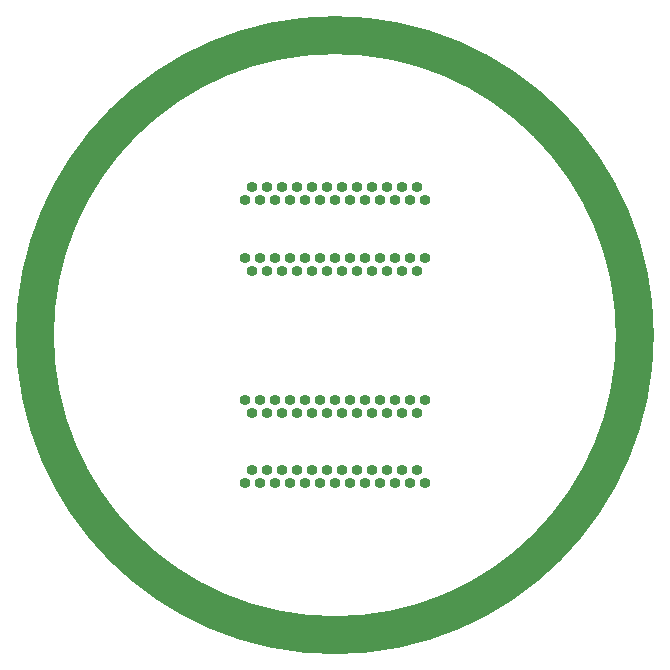
<source format=gbr>
%TF.GenerationSoftware,KiCad,Pcbnew,(5.1.10)-1*%
%TF.CreationDate,2022-07-15T13:15:33-06:00*%
%TF.ProjectId,Double_MicroD_25_Gateway,446f7562-6c65-45f4-9d69-63726f445f32,rev?*%
%TF.SameCoordinates,Original*%
%TF.FileFunction,Soldermask,Top*%
%TF.FilePolarity,Negative*%
%FSLAX46Y46*%
G04 Gerber Fmt 4.6, Leading zero omitted, Abs format (unit mm)*
G04 Created by KiCad (PCBNEW (5.1.10)-1) date 2022-07-15 13:15:33*
%MOMM*%
%LPD*%
G01*
G04 APERTURE LIST*
%ADD10C,3.200000*%
%ADD11O,0.920000X0.920000*%
G04 APERTURE END LIST*
D10*
X25400000Y0D02*
G75*
G03*
X25400000Y0I-25400000J0D01*
G01*
D11*
%TO.C,J4*%
X-7620000Y-12550000D03*
X-6985000Y-11450000D03*
X-6350000Y-12550000D03*
X-5715000Y-11450000D03*
X-5080000Y-12550000D03*
X-4445000Y-11450000D03*
X-3810000Y-12550000D03*
X-3175000Y-11450000D03*
X-2540000Y-12550000D03*
X-1905000Y-11450000D03*
X-1270000Y-12550000D03*
X-635000Y-11450000D03*
X0Y-12550000D03*
X635000Y-11450000D03*
X1270000Y-12550000D03*
X1905000Y-11450000D03*
X2540000Y-12550000D03*
X3175000Y-11450000D03*
X3810000Y-12550000D03*
X4445000Y-11450000D03*
X5080000Y-12550000D03*
X5715000Y-11450000D03*
X6350000Y-12550000D03*
X6985000Y-11450000D03*
X7620000Y-12550000D03*
%TD*%
%TO.C,J3*%
X-7620000Y-5450000D03*
X-6985000Y-6550000D03*
X-6350000Y-5450000D03*
X-5715000Y-6550000D03*
X-5080000Y-5450000D03*
X-4445000Y-6550000D03*
X-3810000Y-5450000D03*
X-3175000Y-6550000D03*
X-2540000Y-5450000D03*
X-1905000Y-6550000D03*
X-1270000Y-5450000D03*
X-635000Y-6550000D03*
X0Y-5450000D03*
X635000Y-6550000D03*
X1270000Y-5450000D03*
X1905000Y-6550000D03*
X2540000Y-5450000D03*
X3175000Y-6550000D03*
X3810000Y-5450000D03*
X4445000Y-6550000D03*
X5080000Y-5450000D03*
X5715000Y-6550000D03*
X6350000Y-5450000D03*
X6985000Y-6550000D03*
X7620000Y-5450000D03*
%TD*%
%TO.C,J2*%
X-7620000Y11450000D03*
X-6985000Y12550000D03*
X-6350000Y11450000D03*
X-5715000Y12550000D03*
X-5080000Y11450000D03*
X-4445000Y12550000D03*
X-3810000Y11450000D03*
X-3175000Y12550000D03*
X-2540000Y11450000D03*
X-1905000Y12550000D03*
X-1270000Y11450000D03*
X-635000Y12550000D03*
X0Y11450000D03*
X635000Y12550000D03*
X1270000Y11450000D03*
X1905000Y12550000D03*
X2540000Y11450000D03*
X3175000Y12550000D03*
X3810000Y11450000D03*
X4445000Y12550000D03*
X5080000Y11450000D03*
X5715000Y12550000D03*
X6350000Y11450000D03*
X6985000Y12550000D03*
X7620000Y11450000D03*
%TD*%
%TO.C,J1*%
X-7620000Y6550000D03*
X-6985000Y5450000D03*
X-6350000Y6550000D03*
X-5715000Y5450000D03*
X-5080000Y6550000D03*
X-4445000Y5450000D03*
X-3810000Y6550000D03*
X-3175000Y5450000D03*
X-2540000Y6550000D03*
X-1905000Y5450000D03*
X-1270000Y6550000D03*
X-635000Y5450000D03*
X0Y6550000D03*
X635000Y5450000D03*
X1270000Y6550000D03*
X1905000Y5450000D03*
X2540000Y6550000D03*
X3175000Y5450000D03*
X3810000Y6550000D03*
X4445000Y5450000D03*
X5080000Y6550000D03*
X5715000Y5450000D03*
X6350000Y6550000D03*
X6985000Y5450000D03*
X7620000Y6550000D03*
%TD*%
M02*

</source>
